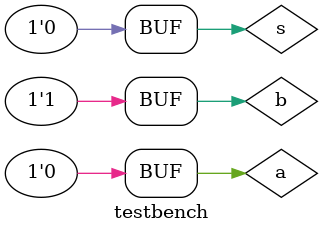
<source format=sv>
module testbench();

	logic a,b,s;
	wire o;

	mux21 dut(.a(a),.b(b),.s(s),.o(o));

	initial
	begin
		a=0;
		b=1;
		s=0;
		
		#10ns;

		s=1;

		#10ns;

		s=0;
	end

endmodule

</source>
